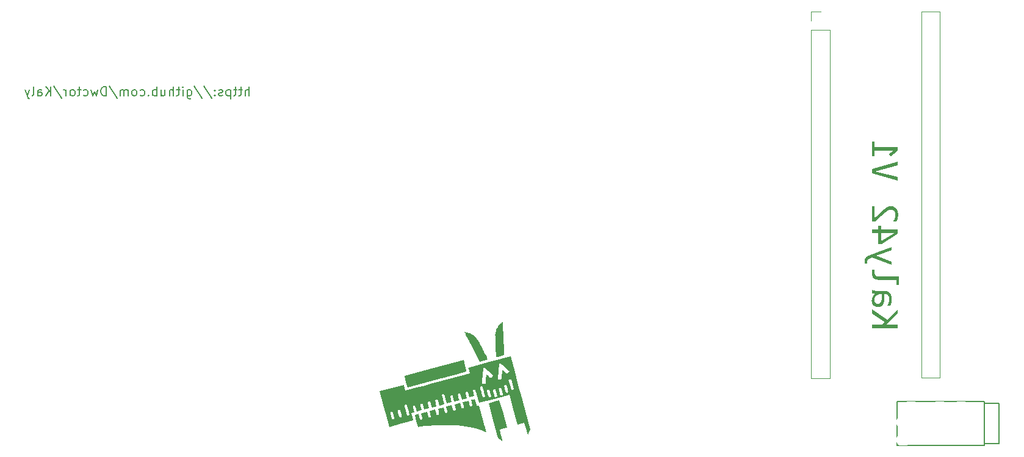
<source format=gbo>
%TF.GenerationSoftware,KiCad,Pcbnew,7.0.5*%
%TF.CreationDate,2023-06-08T16:22:02-03:00*%
%TF.ProjectId,2kalypcb_microcontroller_trrs,326b616c-7970-4636-925f-6d6963726f63,v1.0.0*%
%TF.SameCoordinates,Original*%
%TF.FileFunction,Legend,Bot*%
%TF.FilePolarity,Positive*%
%FSLAX46Y46*%
G04 Gerber Fmt 4.6, Leading zero omitted, Abs format (unit mm)*
G04 Created by KiCad (PCBNEW 7.0.5) date 2023-06-08 16:22:02*
%MOMM*%
%LPD*%
G01*
G04 APERTURE LIST*
%ADD10C,0.250000*%
%ADD11C,0.200000*%
%ADD12C,0.120000*%
%ADD13C,0.150000*%
%ADD14C,1.701800*%
%ADD15C,3.429000*%
%ADD16C,2.032000*%
%ADD17R,1.700000X1.700000*%
%ADD18C,1.700000*%
%ADD19C,0.800000*%
%ADD20O,2.000000X1.600000*%
G04 APERTURE END LIST*
D10*
G36*
X136551174Y-66072592D02*
G01*
X136551174Y-65586182D01*
X134941492Y-65586182D01*
X136551174Y-64076517D01*
X136551174Y-63509752D01*
X135068865Y-64899738D01*
X132994999Y-63468719D01*
X132994999Y-64052581D01*
X134751715Y-65217742D01*
X134367033Y-65586182D01*
X132994999Y-65586182D01*
X132994999Y-66072592D01*
X136551174Y-66072592D01*
G37*
G36*
X133021526Y-60781885D02*
G01*
X133062218Y-60797543D01*
X133103992Y-60812059D01*
X133146848Y-60825433D01*
X133190786Y-60837664D01*
X133235806Y-60848754D01*
X133281908Y-60858702D01*
X133329091Y-60867507D01*
X133377357Y-60875171D01*
X133426704Y-60881693D01*
X133477134Y-60887072D01*
X133510927Y-60890074D01*
X133560916Y-60894214D01*
X133610063Y-60897918D01*
X133658369Y-60901186D01*
X133705833Y-60904019D01*
X133752456Y-60906416D01*
X133798237Y-60908377D01*
X133843177Y-60909902D01*
X133887275Y-60910991D01*
X133930532Y-60911645D01*
X133972947Y-60911863D01*
X134519196Y-60911863D01*
X134562847Y-60912010D01*
X134605108Y-60912450D01*
X134645981Y-60913185D01*
X134685464Y-60914214D01*
X134723559Y-60915536D01*
X134760264Y-60917152D01*
X134795580Y-60919062D01*
X134845949Y-60922478D01*
X134893193Y-60926555D01*
X134937311Y-60931294D01*
X134978304Y-60936693D01*
X135016171Y-60942754D01*
X135050913Y-60949476D01*
X135081824Y-60956849D01*
X135126701Y-60969512D01*
X135169790Y-60984098D01*
X135211091Y-61000607D01*
X135250604Y-61019040D01*
X135288328Y-61039396D01*
X135324264Y-61061675D01*
X135358412Y-61085878D01*
X135390772Y-61112004D01*
X135421344Y-61140054D01*
X135450128Y-61170027D01*
X135468497Y-61190891D01*
X135494811Y-61223088D01*
X135519638Y-61256367D01*
X135542976Y-61290728D01*
X135564828Y-61326171D01*
X135585191Y-61362696D01*
X135604067Y-61400303D01*
X135621456Y-61438991D01*
X135637356Y-61478762D01*
X135651770Y-61519614D01*
X135664695Y-61561549D01*
X135672666Y-61589812D01*
X135683658Y-61632408D01*
X135693493Y-61675244D01*
X135702171Y-61718320D01*
X135709691Y-61761637D01*
X135716055Y-61805194D01*
X135721262Y-61848992D01*
X135725312Y-61893030D01*
X135728204Y-61937309D01*
X135729940Y-61981828D01*
X135730518Y-62026587D01*
X135730311Y-62055829D01*
X135729224Y-62099554D01*
X135727206Y-62143114D01*
X135724256Y-62186508D01*
X135720374Y-62229737D01*
X135715560Y-62272801D01*
X135709815Y-62315700D01*
X135703138Y-62358433D01*
X135695530Y-62401001D01*
X135686989Y-62443404D01*
X135677518Y-62485642D01*
X135670782Y-62513728D01*
X135660266Y-62555795D01*
X135649254Y-62597787D01*
X135637746Y-62639704D01*
X135625743Y-62681546D01*
X135613243Y-62723312D01*
X135600247Y-62765004D01*
X135586756Y-62806620D01*
X135572769Y-62848161D01*
X135558285Y-62889627D01*
X135543306Y-62931018D01*
X135102204Y-62931018D01*
X135117063Y-62905466D01*
X135138577Y-62866688D01*
X135159158Y-62827368D01*
X135178808Y-62787507D01*
X135197526Y-62747105D01*
X135215313Y-62706163D01*
X135232168Y-62664679D01*
X135248091Y-62622655D01*
X135263082Y-62580089D01*
X135277142Y-62536983D01*
X135290271Y-62493335D01*
X135298448Y-62463916D01*
X135309726Y-62419663D01*
X135319816Y-62375259D01*
X135328720Y-62330705D01*
X135336436Y-62286001D01*
X135342965Y-62241146D01*
X135348307Y-62196141D01*
X135352462Y-62150986D01*
X135355430Y-62105681D01*
X135357210Y-62060225D01*
X135357804Y-62014619D01*
X135357290Y-61975951D01*
X135355747Y-61938377D01*
X135353176Y-61901899D01*
X135349576Y-61866516D01*
X135342248Y-61815496D01*
X135332606Y-61766940D01*
X135320650Y-61720848D01*
X135306379Y-61677221D01*
X135289795Y-61636058D01*
X135270896Y-61597359D01*
X135249684Y-61561125D01*
X135226157Y-61527355D01*
X135217730Y-61516678D01*
X135190066Y-61486683D01*
X135158826Y-61459737D01*
X135124009Y-61435842D01*
X135085616Y-61414998D01*
X135043646Y-61397204D01*
X134998101Y-61382460D01*
X134948978Y-61370767D01*
X134914244Y-61364666D01*
X134877919Y-61359921D01*
X134840005Y-61356532D01*
X134800502Y-61354498D01*
X134759409Y-61353820D01*
X134691021Y-61353820D01*
X134691021Y-61945376D01*
X134690714Y-61983494D01*
X134689792Y-62021338D01*
X134688256Y-62058908D01*
X134686105Y-62096204D01*
X134683341Y-62133226D01*
X134679961Y-62169975D01*
X134675967Y-62206450D01*
X134671359Y-62242650D01*
X134666137Y-62278577D01*
X134660300Y-62314231D01*
X134653848Y-62349610D01*
X134646782Y-62384716D01*
X134639102Y-62419548D01*
X134630807Y-62454106D01*
X134621898Y-62488390D01*
X134612375Y-62522400D01*
X134607347Y-62539183D01*
X134596614Y-62572148D01*
X134584980Y-62604312D01*
X134565839Y-62651055D01*
X134544669Y-62695995D01*
X134521470Y-62739131D01*
X134496243Y-62780465D01*
X134468987Y-62819995D01*
X134439702Y-62857722D01*
X134408389Y-62893645D01*
X134375048Y-62927766D01*
X134339677Y-62960083D01*
X134314934Y-62980269D01*
X134275589Y-63008106D01*
X134233569Y-63033013D01*
X134188875Y-63054989D01*
X134141506Y-63074035D01*
X134108441Y-63085105D01*
X134074186Y-63094872D01*
X134038744Y-63103337D01*
X134002112Y-63110500D01*
X133964292Y-63116360D01*
X133925282Y-63120919D01*
X133885084Y-63124174D01*
X133843698Y-63126128D01*
X133801122Y-63126779D01*
X133749841Y-63125794D01*
X133700076Y-63122839D01*
X133651827Y-63117913D01*
X133605094Y-63111018D01*
X133559877Y-63102152D01*
X133516176Y-63091316D01*
X133473992Y-63078510D01*
X133433323Y-63063734D01*
X133394170Y-63046987D01*
X133356533Y-63028271D01*
X133320412Y-63007584D01*
X133285808Y-62984927D01*
X133252719Y-62960300D01*
X133221146Y-62933703D01*
X133191090Y-62905136D01*
X133162549Y-62874598D01*
X133135635Y-62842545D01*
X133110457Y-62809429D01*
X133087015Y-62775252D01*
X133065310Y-62740013D01*
X133045341Y-62703712D01*
X133027109Y-62666349D01*
X133010613Y-62627924D01*
X132995853Y-62588437D01*
X132982830Y-62547889D01*
X132971544Y-62506278D01*
X132961993Y-62463606D01*
X132954179Y-62419871D01*
X132948102Y-62375075D01*
X132943761Y-62329217D01*
X132941156Y-62282297D01*
X132940288Y-62234316D01*
X132940746Y-62199801D01*
X132942118Y-62165500D01*
X132944993Y-62126605D01*
X133313003Y-62126605D01*
X133313474Y-62157439D01*
X133315945Y-62202314D01*
X133320536Y-62245536D01*
X133327245Y-62287104D01*
X133336074Y-62327020D01*
X133347021Y-62365283D01*
X133360086Y-62401893D01*
X133375271Y-62436850D01*
X133392574Y-62470154D01*
X133411996Y-62501805D01*
X133433537Y-62531803D01*
X133449084Y-62550540D01*
X133474209Y-62576378D01*
X133501497Y-62599497D01*
X133530949Y-62619896D01*
X133562565Y-62637574D01*
X133596345Y-62652533D01*
X133632289Y-62664773D01*
X133670397Y-62674292D01*
X133710668Y-62681092D01*
X133753103Y-62685171D01*
X133797703Y-62686531D01*
X133837185Y-62685517D01*
X133874849Y-62682474D01*
X133910696Y-62677403D01*
X133944723Y-62670302D01*
X133987266Y-62657680D01*
X134026575Y-62641451D01*
X134062653Y-62621616D01*
X134095498Y-62598174D01*
X134125110Y-62571127D01*
X134152185Y-62541100D01*
X134176989Y-62509150D01*
X134199522Y-62475276D01*
X134219785Y-62439480D01*
X134237777Y-62401759D01*
X134253498Y-62362116D01*
X134266948Y-62320549D01*
X134278128Y-62277058D01*
X134282994Y-62254695D01*
X134289703Y-62221038D01*
X134295706Y-62187245D01*
X134301003Y-62153318D01*
X134305594Y-62119255D01*
X134309478Y-62085057D01*
X134312656Y-62050723D01*
X134315128Y-62016255D01*
X134316894Y-61981651D01*
X134317953Y-61946912D01*
X134318306Y-61912037D01*
X134318306Y-61353820D01*
X134224273Y-61353820D01*
X134194580Y-61354131D01*
X134150492Y-61355761D01*
X134106945Y-61358789D01*
X134063938Y-61363214D01*
X134021473Y-61369037D01*
X133979549Y-61376257D01*
X133938165Y-61384875D01*
X133897323Y-61394891D01*
X133857021Y-61406303D01*
X133817261Y-61419113D01*
X133778041Y-61433321D01*
X133752382Y-61443513D01*
X133715046Y-61460152D01*
X133679092Y-61478415D01*
X133644521Y-61498300D01*
X133611332Y-61519808D01*
X133579526Y-61542939D01*
X133549102Y-61567693D01*
X133520060Y-61594070D01*
X133492401Y-61622069D01*
X133466124Y-61651692D01*
X133441230Y-61682937D01*
X133425703Y-61704706D01*
X133404290Y-61738849D01*
X133385131Y-61774780D01*
X133368226Y-61812500D01*
X133353575Y-61852007D01*
X133341178Y-61893303D01*
X133331035Y-61936387D01*
X133323146Y-61981259D01*
X133317511Y-62027919D01*
X133314130Y-62076368D01*
X133313003Y-62126605D01*
X132944993Y-62126605D01*
X132945892Y-62114450D01*
X132951725Y-62063880D01*
X132959617Y-62013791D01*
X132969567Y-61964183D01*
X132981576Y-61915056D01*
X132995643Y-61866410D01*
X133011769Y-61818244D01*
X133029954Y-61770560D01*
X133043221Y-61739037D01*
X133057403Y-61707728D01*
X133064843Y-61692180D01*
X133088618Y-61646820D01*
X133114571Y-61603383D01*
X133142704Y-61561869D01*
X133173015Y-61522279D01*
X133205505Y-61484612D01*
X133240174Y-61448869D01*
X133277022Y-61415049D01*
X133316049Y-61383152D01*
X133357255Y-61353179D01*
X133385935Y-61334265D01*
X133415585Y-61316207D01*
X133382847Y-61311436D01*
X133343177Y-61305105D01*
X133303086Y-61298112D01*
X133269355Y-61291780D01*
X133235332Y-61284989D01*
X133201017Y-61277739D01*
X133180614Y-61273100D01*
X133147108Y-61264702D01*
X133107728Y-61253522D01*
X133069250Y-61241140D01*
X133031674Y-61227556D01*
X132994999Y-61212770D01*
X132994999Y-60770812D01*
X133021526Y-60781885D01*
G37*
G36*
X132994999Y-58540509D02*
G01*
X132995977Y-58589182D01*
X132998912Y-58636466D01*
X133003804Y-58682361D01*
X133010653Y-58726866D01*
X133019459Y-58769983D01*
X133030221Y-58811710D01*
X133042940Y-58852048D01*
X133057616Y-58890997D01*
X133074249Y-58928557D01*
X133092839Y-58964728D01*
X133113385Y-58999510D01*
X133135888Y-59032903D01*
X133160349Y-59064906D01*
X133186765Y-59095520D01*
X133215139Y-59124745D01*
X133245470Y-59152581D01*
X133277683Y-59178771D01*
X133311493Y-59203271D01*
X133346899Y-59226082D01*
X133383902Y-59247203D01*
X133422500Y-59266634D01*
X133462695Y-59284375D01*
X133504486Y-59300427D01*
X133547873Y-59314789D01*
X133592856Y-59327462D01*
X133639435Y-59338445D01*
X133687611Y-59347738D01*
X133737382Y-59355341D01*
X133788750Y-59361255D01*
X133841714Y-59365479D01*
X133896274Y-59368014D01*
X133952430Y-59368859D01*
X136342591Y-59368859D01*
X136342591Y-60074110D01*
X136715306Y-60074110D01*
X136715306Y-58928611D01*
X133961834Y-58928611D01*
X133926147Y-58928180D01*
X133891536Y-58926888D01*
X133841635Y-58923334D01*
X133794153Y-58917842D01*
X133749091Y-58910411D01*
X133706447Y-58901042D01*
X133666224Y-58889734D01*
X133628419Y-58876488D01*
X133593034Y-58861304D01*
X133560068Y-58844181D01*
X133529521Y-58825120D01*
X133519876Y-58818335D01*
X133492683Y-58796779D01*
X133460586Y-58765304D01*
X133433244Y-58730702D01*
X133410658Y-58692975D01*
X133392826Y-58652123D01*
X133382573Y-58619432D01*
X133374994Y-58584984D01*
X133370091Y-58548777D01*
X133367862Y-58510812D01*
X133367713Y-58497766D01*
X133367713Y-57983147D01*
X132994999Y-57983147D01*
X132994999Y-58540509D01*
G37*
G36*
X132328216Y-57117184D02*
G01*
X132328216Y-56856454D01*
X132329177Y-56820851D01*
X132333451Y-56775811D01*
X132341145Y-56733550D01*
X132352258Y-56694066D01*
X132366791Y-56657361D01*
X132384742Y-56623434D01*
X132406114Y-56592286D01*
X132430904Y-56563915D01*
X132437636Y-56557257D01*
X132473273Y-56527190D01*
X132506943Y-56503606D01*
X132546563Y-56479135D01*
X132592134Y-56453778D01*
X132625820Y-56436380D01*
X132662151Y-56418588D01*
X132701127Y-56400403D01*
X132742748Y-56381823D01*
X132787013Y-56362850D01*
X132833923Y-56343482D01*
X132883477Y-56323720D01*
X132935677Y-56303564D01*
X132990521Y-56283015D01*
X133018934Y-56272592D01*
X135675808Y-57308670D01*
X135675808Y-56841922D01*
X133558345Y-56047766D01*
X135675808Y-55265579D01*
X135675808Y-54798831D01*
X133847284Y-55504937D01*
X133807068Y-55520449D01*
X133767843Y-55535571D01*
X133729610Y-55550302D01*
X133692369Y-55564643D01*
X133656120Y-55578592D01*
X133620862Y-55592151D01*
X133586596Y-55605320D01*
X133553322Y-55618097D01*
X133521040Y-55630484D01*
X133479540Y-55646393D01*
X133469440Y-55650261D01*
X133435901Y-55663805D01*
X133402429Y-55677354D01*
X133393359Y-55681036D01*
X133359710Y-55693383D01*
X133325115Y-55705725D01*
X133322406Y-55706681D01*
X133290065Y-55718051D01*
X133256860Y-55729672D01*
X133222458Y-55741681D01*
X133188999Y-55753342D01*
X133183065Y-55755408D01*
X133106129Y-55784473D01*
X133073575Y-55796080D01*
X133025682Y-55813341D01*
X132978917Y-55830421D01*
X132933278Y-55847321D01*
X132888767Y-55864040D01*
X132845382Y-55880580D01*
X132803125Y-55896939D01*
X132761994Y-55913118D01*
X132721991Y-55929116D01*
X132683114Y-55944934D01*
X132645365Y-55960572D01*
X132608883Y-55975749D01*
X132574128Y-55990505D01*
X132541102Y-56004840D01*
X132509804Y-56018755D01*
X132470762Y-56036653D01*
X132434791Y-56053804D01*
X132401893Y-56070206D01*
X132365090Y-56089657D01*
X132345313Y-56100767D01*
X132298109Y-56128500D01*
X132253950Y-56158055D01*
X132212837Y-56189434D01*
X132174770Y-56222637D01*
X132139748Y-56257662D01*
X132107771Y-56294511D01*
X132078840Y-56333183D01*
X132052954Y-56373678D01*
X132030113Y-56415996D01*
X132010318Y-56460138D01*
X131993568Y-56506103D01*
X131979864Y-56553891D01*
X131969205Y-56603502D01*
X131961592Y-56654937D01*
X131957024Y-56708195D01*
X131955501Y-56763276D01*
X131955501Y-57117184D01*
X132328216Y-57117184D01*
G37*
G36*
X134243079Y-52370202D02*
G01*
X136551174Y-52370202D01*
X136551174Y-52930129D01*
X134307193Y-54366277D01*
X133870365Y-54366277D01*
X133870365Y-52851482D01*
X134243079Y-52851482D01*
X134243079Y-53978175D01*
X136096394Y-52851482D01*
X134243079Y-52851482D01*
X133870365Y-52851482D01*
X132994999Y-52851482D01*
X132994999Y-52370202D01*
X133870365Y-52370202D01*
X133870365Y-51894050D01*
X134243079Y-51894050D01*
X134243079Y-52370202D01*
G37*
G36*
X133316422Y-51299075D02*
G01*
X133353927Y-51296211D01*
X133388650Y-51287621D01*
X133420592Y-51273304D01*
X133449752Y-51253260D01*
X133465166Y-51239235D01*
X133492567Y-51213154D01*
X133520915Y-51186201D01*
X133550209Y-51158377D01*
X133580451Y-51129681D01*
X133611638Y-51100114D01*
X133643773Y-51069675D01*
X133676854Y-51038364D01*
X133710882Y-51006182D01*
X133745856Y-50973128D01*
X133781778Y-50939203D01*
X133806251Y-50916102D01*
X133831175Y-50892600D01*
X133856367Y-50868898D01*
X133881825Y-50844996D01*
X133907551Y-50820893D01*
X133933544Y-50796590D01*
X133959804Y-50772087D01*
X133986331Y-50747383D01*
X134013125Y-50722479D01*
X134040186Y-50697374D01*
X134067515Y-50672069D01*
X134095110Y-50646564D01*
X134122973Y-50620858D01*
X134151103Y-50594952D01*
X134179500Y-50568846D01*
X134208164Y-50542539D01*
X134237095Y-50516032D01*
X134269661Y-50486285D01*
X134300678Y-50457949D01*
X134330148Y-50431026D01*
X134358070Y-50405516D01*
X134384444Y-50381418D01*
X134417203Y-50351485D01*
X134447209Y-50324063D01*
X134474464Y-50299153D01*
X134504664Y-50271545D01*
X134531958Y-50246613D01*
X134562011Y-50219285D01*
X134589119Y-50194782D01*
X134617023Y-50169765D01*
X134644004Y-50145882D01*
X134672299Y-50121224D01*
X134701406Y-50096294D01*
X134727960Y-50073908D01*
X134748296Y-50056978D01*
X134776741Y-50033707D01*
X134804375Y-50011337D01*
X134831198Y-49989869D01*
X134865699Y-49962647D01*
X134898758Y-49937028D01*
X134930374Y-49913012D01*
X134960547Y-49890599D01*
X134989278Y-49869789D01*
X135009880Y-49855233D01*
X135043498Y-49832146D01*
X135077032Y-49810437D01*
X135110483Y-49790105D01*
X135143851Y-49771151D01*
X135177135Y-49753574D01*
X135210336Y-49737374D01*
X135223592Y-49731280D01*
X135258687Y-49716308D01*
X135293767Y-49702810D01*
X135328832Y-49690783D01*
X135363881Y-49680229D01*
X135398916Y-49671148D01*
X135433936Y-49663540D01*
X135468940Y-49657404D01*
X135503930Y-49652741D01*
X135538904Y-49649550D01*
X135573864Y-49647832D01*
X135597162Y-49647505D01*
X135633844Y-49648189D01*
X135669517Y-49650243D01*
X135704182Y-49653666D01*
X135754288Y-49661367D01*
X135802125Y-49672148D01*
X135847694Y-49686011D01*
X135890993Y-49702953D01*
X135932023Y-49722976D01*
X135970785Y-49746080D01*
X136007277Y-49772264D01*
X136041500Y-49801528D01*
X136063055Y-49822749D01*
X136093456Y-49857085D01*
X136120868Y-49893735D01*
X136145288Y-49932699D01*
X136166719Y-49973977D01*
X136185159Y-50017570D01*
X136200609Y-50063476D01*
X136213069Y-50111697D01*
X136222538Y-50162231D01*
X136227190Y-50197207D01*
X136230512Y-50233211D01*
X136232506Y-50270243D01*
X136233170Y-50308304D01*
X136231885Y-50362249D01*
X136228028Y-50417017D01*
X136221600Y-50472605D01*
X136212600Y-50529015D01*
X136201030Y-50586247D01*
X136186888Y-50644300D01*
X136170175Y-50703174D01*
X136150891Y-50762870D01*
X136129035Y-50823388D01*
X136104609Y-50884726D01*
X136077611Y-50946887D01*
X136063148Y-50978275D01*
X136048042Y-51009868D01*
X136032293Y-51041667D01*
X136015901Y-51073672D01*
X135998867Y-51105881D01*
X135981190Y-51138296D01*
X135962870Y-51170917D01*
X135943907Y-51203742D01*
X135924301Y-51236774D01*
X135904053Y-51270010D01*
X136386188Y-51270010D01*
X136406079Y-51224344D01*
X136425037Y-51178708D01*
X136443064Y-51133102D01*
X136460160Y-51087526D01*
X136476323Y-51041980D01*
X136491555Y-50996465D01*
X136505856Y-50950979D01*
X136519224Y-50905523D01*
X136531661Y-50860098D01*
X136543167Y-50814702D01*
X136550320Y-50784455D01*
X136560250Y-50740094D01*
X136569203Y-50695808D01*
X136577180Y-50651597D01*
X136584180Y-50607461D01*
X136590203Y-50563401D01*
X136595249Y-50519415D01*
X136599319Y-50475505D01*
X136602412Y-50431669D01*
X136604528Y-50387909D01*
X136605668Y-50344224D01*
X136605885Y-50315143D01*
X136605291Y-50268778D01*
X136603511Y-50222969D01*
X136600543Y-50177716D01*
X136596388Y-50133019D01*
X136591046Y-50088879D01*
X136584517Y-50045294D01*
X136576801Y-50002265D01*
X136567897Y-49959792D01*
X136557807Y-49917875D01*
X136546529Y-49876514D01*
X136538352Y-49849249D01*
X136525173Y-49808858D01*
X136510642Y-49769428D01*
X136494759Y-49730959D01*
X136477524Y-49693453D01*
X136458936Y-49656908D01*
X136438995Y-49621325D01*
X136417703Y-49586704D01*
X136395057Y-49553044D01*
X136371060Y-49520346D01*
X136345710Y-49488609D01*
X136328059Y-49467986D01*
X136303680Y-49441715D01*
X136278310Y-49416435D01*
X136251948Y-49392147D01*
X136224595Y-49368850D01*
X136196250Y-49346546D01*
X136166913Y-49325233D01*
X136136584Y-49304912D01*
X136105263Y-49285583D01*
X136072951Y-49267245D01*
X136039647Y-49249899D01*
X136016893Y-49238886D01*
X135982026Y-49223457D01*
X135946348Y-49209544D01*
X135909858Y-49197150D01*
X135872557Y-49186273D01*
X135834444Y-49176914D01*
X135795520Y-49169073D01*
X135755785Y-49162749D01*
X135715238Y-49157943D01*
X135673880Y-49154655D01*
X135631710Y-49152884D01*
X135603146Y-49152547D01*
X135559045Y-49153471D01*
X135514899Y-49156243D01*
X135470708Y-49160864D01*
X135426472Y-49167333D01*
X135382191Y-49175650D01*
X135337865Y-49185816D01*
X135293494Y-49197829D01*
X135249078Y-49211692D01*
X135204616Y-49227402D01*
X135160110Y-49244961D01*
X135130414Y-49257693D01*
X135093139Y-49274986D01*
X135056115Y-49293740D01*
X135019342Y-49313955D01*
X134982819Y-49335631D01*
X134953780Y-49354024D01*
X134924902Y-49373352D01*
X134896185Y-49393614D01*
X134867107Y-49414865D01*
X134836719Y-49437586D01*
X134805023Y-49461775D01*
X134772018Y-49487434D01*
X134737704Y-49514562D01*
X134702080Y-49543160D01*
X134674504Y-49565572D01*
X134646191Y-49588811D01*
X134626907Y-49604762D01*
X134600861Y-49627048D01*
X134573479Y-49650627D01*
X134544761Y-49675500D01*
X134514708Y-49701667D01*
X134483319Y-49729129D01*
X134457246Y-49752029D01*
X134437130Y-49769748D01*
X134409748Y-49794165D01*
X134381458Y-49819543D01*
X134352260Y-49845883D01*
X134322153Y-49873185D01*
X134291138Y-49901449D01*
X134259215Y-49930674D01*
X134226383Y-49960861D01*
X134201163Y-49984132D01*
X134192643Y-49992009D01*
X134162381Y-50020259D01*
X134133038Y-50047842D01*
X134104612Y-50074756D01*
X134077105Y-50101003D01*
X134050516Y-50126581D01*
X134024846Y-50151492D01*
X134014835Y-50161270D01*
X133990091Y-50185788D01*
X133965013Y-50210724D01*
X133939601Y-50236077D01*
X133913855Y-50261848D01*
X133887776Y-50288036D01*
X133861362Y-50314642D01*
X133850703Y-50325401D01*
X133823526Y-50352762D01*
X133794888Y-50381417D01*
X133764788Y-50411366D01*
X133739657Y-50436257D01*
X133713591Y-50461976D01*
X133686590Y-50488523D01*
X133658653Y-50515898D01*
X133651523Y-50522871D01*
X133622218Y-50551415D01*
X133591149Y-50581482D01*
X133558318Y-50613071D01*
X133532537Y-50637762D01*
X133505765Y-50663310D01*
X133478000Y-50689715D01*
X133449244Y-50716975D01*
X133419497Y-50745093D01*
X133388757Y-50774067D01*
X133367713Y-50793859D01*
X133367713Y-49128611D01*
X132994999Y-49128611D01*
X132994999Y-51299075D01*
X133316422Y-51299075D01*
G37*
G36*
X136551174Y-45630565D02*
G01*
X136551174Y-45131332D01*
X133395068Y-44293579D01*
X136551174Y-43454117D01*
X136551174Y-42954030D01*
X132994999Y-43999511D01*
X132994999Y-44585083D01*
X136551174Y-45630565D01*
G37*
G36*
X133367713Y-42173551D02*
G01*
X133367713Y-41422138D01*
X135922005Y-41422138D01*
X135275738Y-41992323D01*
X135595452Y-42254762D01*
X136551174Y-41427267D01*
X136551174Y-40944277D01*
X133367713Y-40944277D01*
X133367713Y-40202267D01*
X132994999Y-40202267D01*
X132994999Y-42173551D01*
X133367713Y-42173551D01*
G37*
D11*
X46566041Y-33834176D02*
X46566041Y-32564176D01*
X46021755Y-33834176D02*
X46021755Y-33168938D01*
X46021755Y-33168938D02*
X46082231Y-33047985D01*
X46082231Y-33047985D02*
X46203183Y-32987509D01*
X46203183Y-32987509D02*
X46384612Y-32987509D01*
X46384612Y-32987509D02*
X46505564Y-33047985D01*
X46505564Y-33047985D02*
X46566041Y-33108461D01*
X45598421Y-32987509D02*
X45114612Y-32987509D01*
X45416993Y-32564176D02*
X45416993Y-33652747D01*
X45416993Y-33652747D02*
X45356516Y-33773700D01*
X45356516Y-33773700D02*
X45235564Y-33834176D01*
X45235564Y-33834176D02*
X45114612Y-33834176D01*
X44872707Y-32987509D02*
X44388898Y-32987509D01*
X44691279Y-32564176D02*
X44691279Y-33652747D01*
X44691279Y-33652747D02*
X44630802Y-33773700D01*
X44630802Y-33773700D02*
X44509850Y-33834176D01*
X44509850Y-33834176D02*
X44388898Y-33834176D01*
X43965565Y-32987509D02*
X43965565Y-34257509D01*
X43965565Y-33047985D02*
X43844612Y-32987509D01*
X43844612Y-32987509D02*
X43602707Y-32987509D01*
X43602707Y-32987509D02*
X43481755Y-33047985D01*
X43481755Y-33047985D02*
X43421279Y-33108461D01*
X43421279Y-33108461D02*
X43360803Y-33229414D01*
X43360803Y-33229414D02*
X43360803Y-33592271D01*
X43360803Y-33592271D02*
X43421279Y-33713223D01*
X43421279Y-33713223D02*
X43481755Y-33773700D01*
X43481755Y-33773700D02*
X43602707Y-33834176D01*
X43602707Y-33834176D02*
X43844612Y-33834176D01*
X43844612Y-33834176D02*
X43965565Y-33773700D01*
X42876993Y-33773700D02*
X42756040Y-33834176D01*
X42756040Y-33834176D02*
X42514136Y-33834176D01*
X42514136Y-33834176D02*
X42393183Y-33773700D01*
X42393183Y-33773700D02*
X42332707Y-33652747D01*
X42332707Y-33652747D02*
X42332707Y-33592271D01*
X42332707Y-33592271D02*
X42393183Y-33471319D01*
X42393183Y-33471319D02*
X42514136Y-33410842D01*
X42514136Y-33410842D02*
X42695564Y-33410842D01*
X42695564Y-33410842D02*
X42816517Y-33350366D01*
X42816517Y-33350366D02*
X42876993Y-33229414D01*
X42876993Y-33229414D02*
X42876993Y-33168938D01*
X42876993Y-33168938D02*
X42816517Y-33047985D01*
X42816517Y-33047985D02*
X42695564Y-32987509D01*
X42695564Y-32987509D02*
X42514136Y-32987509D01*
X42514136Y-32987509D02*
X42393183Y-33047985D01*
X41788422Y-33713223D02*
X41727945Y-33773700D01*
X41727945Y-33773700D02*
X41788422Y-33834176D01*
X41788422Y-33834176D02*
X41848898Y-33773700D01*
X41848898Y-33773700D02*
X41788422Y-33713223D01*
X41788422Y-33713223D02*
X41788422Y-33834176D01*
X41788422Y-33047985D02*
X41727945Y-33108461D01*
X41727945Y-33108461D02*
X41788422Y-33168938D01*
X41788422Y-33168938D02*
X41848898Y-33108461D01*
X41848898Y-33108461D02*
X41788422Y-33047985D01*
X41788422Y-33047985D02*
X41788422Y-33168938D01*
X40276517Y-32503700D02*
X41365088Y-34136557D01*
X38946041Y-32503700D02*
X40034612Y-34136557D01*
X37978422Y-32987509D02*
X37978422Y-34015604D01*
X37978422Y-34015604D02*
X38038898Y-34136557D01*
X38038898Y-34136557D02*
X38099374Y-34197033D01*
X38099374Y-34197033D02*
X38220327Y-34257509D01*
X38220327Y-34257509D02*
X38401755Y-34257509D01*
X38401755Y-34257509D02*
X38522708Y-34197033D01*
X37978422Y-33773700D02*
X38099374Y-33834176D01*
X38099374Y-33834176D02*
X38341279Y-33834176D01*
X38341279Y-33834176D02*
X38462231Y-33773700D01*
X38462231Y-33773700D02*
X38522708Y-33713223D01*
X38522708Y-33713223D02*
X38583184Y-33592271D01*
X38583184Y-33592271D02*
X38583184Y-33229414D01*
X38583184Y-33229414D02*
X38522708Y-33108461D01*
X38522708Y-33108461D02*
X38462231Y-33047985D01*
X38462231Y-33047985D02*
X38341279Y-32987509D01*
X38341279Y-32987509D02*
X38099374Y-32987509D01*
X38099374Y-32987509D02*
X37978422Y-33047985D01*
X37373660Y-33834176D02*
X37373660Y-32987509D01*
X37373660Y-32564176D02*
X37434136Y-32624652D01*
X37434136Y-32624652D02*
X37373660Y-32685128D01*
X37373660Y-32685128D02*
X37313183Y-32624652D01*
X37313183Y-32624652D02*
X37373660Y-32564176D01*
X37373660Y-32564176D02*
X37373660Y-32685128D01*
X36950326Y-32987509D02*
X36466517Y-32987509D01*
X36768898Y-32564176D02*
X36768898Y-33652747D01*
X36768898Y-33652747D02*
X36708421Y-33773700D01*
X36708421Y-33773700D02*
X36587469Y-33834176D01*
X36587469Y-33834176D02*
X36466517Y-33834176D01*
X36043184Y-33834176D02*
X36043184Y-32564176D01*
X35498898Y-33834176D02*
X35498898Y-33168938D01*
X35498898Y-33168938D02*
X35559374Y-33047985D01*
X35559374Y-33047985D02*
X35680326Y-32987509D01*
X35680326Y-32987509D02*
X35861755Y-32987509D01*
X35861755Y-32987509D02*
X35982707Y-33047985D01*
X35982707Y-33047985D02*
X36043184Y-33108461D01*
X34349850Y-32987509D02*
X34349850Y-33834176D01*
X34894136Y-32987509D02*
X34894136Y-33652747D01*
X34894136Y-33652747D02*
X34833659Y-33773700D01*
X34833659Y-33773700D02*
X34712707Y-33834176D01*
X34712707Y-33834176D02*
X34531278Y-33834176D01*
X34531278Y-33834176D02*
X34410326Y-33773700D01*
X34410326Y-33773700D02*
X34349850Y-33713223D01*
X33745088Y-33834176D02*
X33745088Y-32564176D01*
X33745088Y-33047985D02*
X33624135Y-32987509D01*
X33624135Y-32987509D02*
X33382230Y-32987509D01*
X33382230Y-32987509D02*
X33261278Y-33047985D01*
X33261278Y-33047985D02*
X33200802Y-33108461D01*
X33200802Y-33108461D02*
X33140326Y-33229414D01*
X33140326Y-33229414D02*
X33140326Y-33592271D01*
X33140326Y-33592271D02*
X33200802Y-33713223D01*
X33200802Y-33713223D02*
X33261278Y-33773700D01*
X33261278Y-33773700D02*
X33382230Y-33834176D01*
X33382230Y-33834176D02*
X33624135Y-33834176D01*
X33624135Y-33834176D02*
X33745088Y-33773700D01*
X32596040Y-33713223D02*
X32535563Y-33773700D01*
X32535563Y-33773700D02*
X32596040Y-33834176D01*
X32596040Y-33834176D02*
X32656516Y-33773700D01*
X32656516Y-33773700D02*
X32596040Y-33713223D01*
X32596040Y-33713223D02*
X32596040Y-33834176D01*
X31446992Y-33773700D02*
X31567944Y-33834176D01*
X31567944Y-33834176D02*
X31809849Y-33834176D01*
X31809849Y-33834176D02*
X31930801Y-33773700D01*
X31930801Y-33773700D02*
X31991278Y-33713223D01*
X31991278Y-33713223D02*
X32051754Y-33592271D01*
X32051754Y-33592271D02*
X32051754Y-33229414D01*
X32051754Y-33229414D02*
X31991278Y-33108461D01*
X31991278Y-33108461D02*
X31930801Y-33047985D01*
X31930801Y-33047985D02*
X31809849Y-32987509D01*
X31809849Y-32987509D02*
X31567944Y-32987509D01*
X31567944Y-32987509D02*
X31446992Y-33047985D01*
X30721278Y-33834176D02*
X30842230Y-33773700D01*
X30842230Y-33773700D02*
X30902707Y-33713223D01*
X30902707Y-33713223D02*
X30963183Y-33592271D01*
X30963183Y-33592271D02*
X30963183Y-33229414D01*
X30963183Y-33229414D02*
X30902707Y-33108461D01*
X30902707Y-33108461D02*
X30842230Y-33047985D01*
X30842230Y-33047985D02*
X30721278Y-32987509D01*
X30721278Y-32987509D02*
X30539849Y-32987509D01*
X30539849Y-32987509D02*
X30418897Y-33047985D01*
X30418897Y-33047985D02*
X30358421Y-33108461D01*
X30358421Y-33108461D02*
X30297945Y-33229414D01*
X30297945Y-33229414D02*
X30297945Y-33592271D01*
X30297945Y-33592271D02*
X30358421Y-33713223D01*
X30358421Y-33713223D02*
X30418897Y-33773700D01*
X30418897Y-33773700D02*
X30539849Y-33834176D01*
X30539849Y-33834176D02*
X30721278Y-33834176D01*
X29753659Y-33834176D02*
X29753659Y-32987509D01*
X29753659Y-33108461D02*
X29693182Y-33047985D01*
X29693182Y-33047985D02*
X29572230Y-32987509D01*
X29572230Y-32987509D02*
X29390801Y-32987509D01*
X29390801Y-32987509D02*
X29269849Y-33047985D01*
X29269849Y-33047985D02*
X29209373Y-33168938D01*
X29209373Y-33168938D02*
X29209373Y-33834176D01*
X29209373Y-33168938D02*
X29148897Y-33047985D01*
X29148897Y-33047985D02*
X29027944Y-32987509D01*
X29027944Y-32987509D02*
X28846516Y-32987509D01*
X28846516Y-32987509D02*
X28725563Y-33047985D01*
X28725563Y-33047985D02*
X28665087Y-33168938D01*
X28665087Y-33168938D02*
X28665087Y-33834176D01*
X27153183Y-32503700D02*
X28241754Y-34136557D01*
X26729850Y-33834176D02*
X26729850Y-32564176D01*
X26729850Y-32564176D02*
X26427469Y-32564176D01*
X26427469Y-32564176D02*
X26246040Y-32624652D01*
X26246040Y-32624652D02*
X26125088Y-32745604D01*
X26125088Y-32745604D02*
X26064611Y-32866557D01*
X26064611Y-32866557D02*
X26004135Y-33108461D01*
X26004135Y-33108461D02*
X26004135Y-33289890D01*
X26004135Y-33289890D02*
X26064611Y-33531795D01*
X26064611Y-33531795D02*
X26125088Y-33652747D01*
X26125088Y-33652747D02*
X26246040Y-33773700D01*
X26246040Y-33773700D02*
X26427469Y-33834176D01*
X26427469Y-33834176D02*
X26729850Y-33834176D01*
X25580802Y-32987509D02*
X25338897Y-33834176D01*
X25338897Y-33834176D02*
X25096992Y-33229414D01*
X25096992Y-33229414D02*
X24855088Y-33834176D01*
X24855088Y-33834176D02*
X24613183Y-32987509D01*
X23585088Y-33773700D02*
X23706040Y-33834176D01*
X23706040Y-33834176D02*
X23947945Y-33834176D01*
X23947945Y-33834176D02*
X24068897Y-33773700D01*
X24068897Y-33773700D02*
X24129374Y-33713223D01*
X24129374Y-33713223D02*
X24189850Y-33592271D01*
X24189850Y-33592271D02*
X24189850Y-33229414D01*
X24189850Y-33229414D02*
X24129374Y-33108461D01*
X24129374Y-33108461D02*
X24068897Y-33047985D01*
X24068897Y-33047985D02*
X23947945Y-32987509D01*
X23947945Y-32987509D02*
X23706040Y-32987509D01*
X23706040Y-32987509D02*
X23585088Y-33047985D01*
X23222231Y-32987509D02*
X22738422Y-32987509D01*
X23040803Y-32564176D02*
X23040803Y-33652747D01*
X23040803Y-33652747D02*
X22980326Y-33773700D01*
X22980326Y-33773700D02*
X22859374Y-33834176D01*
X22859374Y-33834176D02*
X22738422Y-33834176D01*
X22133660Y-33834176D02*
X22254612Y-33773700D01*
X22254612Y-33773700D02*
X22315089Y-33713223D01*
X22315089Y-33713223D02*
X22375565Y-33592271D01*
X22375565Y-33592271D02*
X22375565Y-33229414D01*
X22375565Y-33229414D02*
X22315089Y-33108461D01*
X22315089Y-33108461D02*
X22254612Y-33047985D01*
X22254612Y-33047985D02*
X22133660Y-32987509D01*
X22133660Y-32987509D02*
X21952231Y-32987509D01*
X21952231Y-32987509D02*
X21831279Y-33047985D01*
X21831279Y-33047985D02*
X21770803Y-33108461D01*
X21770803Y-33108461D02*
X21710327Y-33229414D01*
X21710327Y-33229414D02*
X21710327Y-33592271D01*
X21710327Y-33592271D02*
X21770803Y-33713223D01*
X21770803Y-33713223D02*
X21831279Y-33773700D01*
X21831279Y-33773700D02*
X21952231Y-33834176D01*
X21952231Y-33834176D02*
X22133660Y-33834176D01*
X21166041Y-33834176D02*
X21166041Y-32987509D01*
X21166041Y-33229414D02*
X21105564Y-33108461D01*
X21105564Y-33108461D02*
X21045088Y-33047985D01*
X21045088Y-33047985D02*
X20924136Y-32987509D01*
X20924136Y-32987509D02*
X20803183Y-32987509D01*
X19472708Y-32503700D02*
X20561279Y-34136557D01*
X19049375Y-33834176D02*
X19049375Y-32564176D01*
X18323660Y-33834176D02*
X18867946Y-33108461D01*
X18323660Y-32564176D02*
X19049375Y-33289890D01*
X17235089Y-33834176D02*
X17235089Y-33168938D01*
X17235089Y-33168938D02*
X17295565Y-33047985D01*
X17295565Y-33047985D02*
X17416517Y-32987509D01*
X17416517Y-32987509D02*
X17658422Y-32987509D01*
X17658422Y-32987509D02*
X17779375Y-33047985D01*
X17235089Y-33773700D02*
X17356041Y-33834176D01*
X17356041Y-33834176D02*
X17658422Y-33834176D01*
X17658422Y-33834176D02*
X17779375Y-33773700D01*
X17779375Y-33773700D02*
X17839851Y-33652747D01*
X17839851Y-33652747D02*
X17839851Y-33531795D01*
X17839851Y-33531795D02*
X17779375Y-33410842D01*
X17779375Y-33410842D02*
X17658422Y-33350366D01*
X17658422Y-33350366D02*
X17356041Y-33350366D01*
X17356041Y-33350366D02*
X17235089Y-33289890D01*
X16448898Y-33834176D02*
X16569850Y-33773700D01*
X16569850Y-33773700D02*
X16630327Y-33652747D01*
X16630327Y-33652747D02*
X16630327Y-32564176D01*
X16086041Y-32987509D02*
X15783660Y-33834176D01*
X15481279Y-32987509D02*
X15783660Y-33834176D01*
X15783660Y-33834176D02*
X15904612Y-34136557D01*
X15904612Y-34136557D02*
X15965089Y-34197033D01*
X15965089Y-34197033D02*
X16086041Y-34257509D01*
D12*
%TO.C,*%
X124510000Y-22130000D02*
X125840000Y-22130000D01*
X124510000Y-23460000D02*
X124510000Y-22130000D01*
X124510000Y-24730000D02*
X127170000Y-24730000D01*
X124510000Y-73050000D02*
X124510000Y-24730000D01*
X127170000Y-24730000D02*
X127170000Y-73050000D01*
X127170000Y-73050000D02*
X124510000Y-73050000D01*
X139810000Y-22190000D02*
X142350000Y-22190000D01*
X139810000Y-72990000D02*
X139810000Y-22190000D01*
X142350000Y-22190000D02*
X142350000Y-72990000D01*
X142350000Y-72990000D02*
X139810000Y-72990000D01*
D13*
%TO.C,J1*%
X148590000Y-76270000D02*
X136490000Y-76270000D01*
X148590000Y-76270000D02*
X148590000Y-82370000D01*
X136490000Y-76270000D02*
X136490000Y-82370000D01*
X150590000Y-76520000D02*
X150590000Y-82120000D01*
X148590000Y-76520000D02*
X150590000Y-76520000D01*
X148590000Y-82120000D02*
X150590000Y-82120000D01*
X148590000Y-82370000D02*
X136490000Y-82370000D01*
%TO.C,G\u002A\u002A\u002A*%
G36*
X81806538Y-77961433D02*
G01*
X82314939Y-79858809D01*
X81809073Y-79994355D01*
X81303206Y-80129902D01*
X81524359Y-80958473D01*
X81565388Y-81112758D01*
X81618688Y-81315897D01*
X81659311Y-81475225D01*
X81688170Y-81594775D01*
X81706172Y-81678581D01*
X81714229Y-81730680D01*
X81713248Y-81755103D01*
X81704139Y-81755887D01*
X81700626Y-81753295D01*
X81657520Y-81723025D01*
X81582181Y-81671220D01*
X81484164Y-81604423D01*
X81373025Y-81529178D01*
X81083284Y-81333624D01*
X80440030Y-78907166D01*
X79796777Y-76480708D01*
X80547457Y-76272383D01*
X81298138Y-76064058D01*
X81806538Y-77961433D01*
G37*
G36*
X76514759Y-71287344D02*
G01*
X76532789Y-71352508D01*
X76584002Y-71539652D01*
X76629551Y-71709116D01*
X76667733Y-71854354D01*
X76696842Y-71968818D01*
X76715173Y-72045963D01*
X76721021Y-72079242D01*
X76720988Y-72079437D01*
X76710946Y-72086712D01*
X76681869Y-72098681D01*
X76631782Y-72115892D01*
X76558711Y-72138889D01*
X76460682Y-72168217D01*
X76335721Y-72204422D01*
X76181854Y-72248050D01*
X75997106Y-72299646D01*
X75779503Y-72359755D01*
X75527072Y-72428922D01*
X75237837Y-72507693D01*
X74909826Y-72596615D01*
X74541063Y-72696231D01*
X74129574Y-72807087D01*
X73673388Y-72929730D01*
X73170527Y-73064703D01*
X72619017Y-73212553D01*
X68520707Y-74310692D01*
X68307200Y-73513877D01*
X68093694Y-72717061D01*
X72199249Y-71623840D01*
X76304804Y-70530618D01*
X76514759Y-71287344D01*
G37*
G36*
X76590909Y-66631025D02*
G01*
X76696691Y-66647502D01*
X76816250Y-66671314D01*
X76937614Y-66700340D01*
X77048810Y-66732455D01*
X77221190Y-66798942D01*
X77438613Y-66907800D01*
X77648287Y-67037312D01*
X77829285Y-67175596D01*
X77840826Y-67185635D01*
X77910943Y-67247676D01*
X77973824Y-67306614D01*
X78032057Y-67366597D01*
X78088228Y-67431771D01*
X78144927Y-67506278D01*
X78204739Y-67594266D01*
X78270252Y-67699880D01*
X78344055Y-67827265D01*
X78428733Y-67980567D01*
X78526875Y-68163932D01*
X78641069Y-68381504D01*
X78773899Y-68637430D01*
X78927956Y-68935853D01*
X79009753Y-69094461D01*
X79132667Y-69332653D01*
X79248061Y-69556100D01*
X79353584Y-69760256D01*
X79446883Y-69940576D01*
X79525606Y-70092519D01*
X79587403Y-70211538D01*
X79629920Y-70293088D01*
X79650807Y-70332626D01*
X79699450Y-70421754D01*
X79126158Y-70568088D01*
X78552867Y-70714422D01*
X77501569Y-68678272D01*
X77365455Y-68414261D01*
X77215326Y-68122132D01*
X77074089Y-67846315D01*
X76943436Y-67590165D01*
X76825059Y-67357032D01*
X76720649Y-67150270D01*
X76631901Y-66973231D01*
X76560505Y-66829268D01*
X76508154Y-66721731D01*
X76476539Y-66653976D01*
X76467354Y-66629354D01*
X76468563Y-66628570D01*
X76510875Y-66624007D01*
X76590909Y-66631025D01*
G37*
G36*
X81723147Y-65225860D02*
G01*
X81728111Y-65274503D01*
X81735218Y-65368734D01*
X81744228Y-65503980D01*
X81754905Y-65675664D01*
X81767007Y-65879211D01*
X81780298Y-66110047D01*
X81794537Y-66363595D01*
X81809487Y-66635281D01*
X81824909Y-66920531D01*
X81840562Y-67214767D01*
X81856210Y-67513415D01*
X81871614Y-67811900D01*
X81886533Y-68105647D01*
X81900731Y-68390081D01*
X81913967Y-68660626D01*
X81926004Y-68912707D01*
X81936601Y-69141750D01*
X81945522Y-69343177D01*
X81952526Y-69512416D01*
X81957375Y-69644890D01*
X81959832Y-69736025D01*
X81959655Y-69781243D01*
X81953417Y-69788126D01*
X81907481Y-69809904D01*
X81824226Y-69840007D01*
X81712383Y-69876038D01*
X81580679Y-69915597D01*
X81437845Y-69956288D01*
X81292610Y-69995713D01*
X81153704Y-70031473D01*
X81029856Y-70061170D01*
X80929798Y-70082408D01*
X80862255Y-70092787D01*
X80835961Y-70089910D01*
X80835692Y-70088799D01*
X80830857Y-70045841D01*
X80824455Y-69956659D01*
X80816722Y-69826971D01*
X80807898Y-69662501D01*
X80798221Y-69468966D01*
X80787930Y-69252089D01*
X80777263Y-69017592D01*
X80766459Y-68771192D01*
X80755758Y-68518614D01*
X80745396Y-68265574D01*
X80735613Y-68017797D01*
X80726648Y-67781002D01*
X80718738Y-67560909D01*
X80712123Y-67363240D01*
X80707041Y-67193714D01*
X80703732Y-67058053D01*
X80702433Y-66961978D01*
X80703382Y-66911209D01*
X80710940Y-66845250D01*
X80743906Y-66673480D01*
X80794897Y-66482358D01*
X80858731Y-66290085D01*
X80930220Y-66114866D01*
X80958536Y-66057517D01*
X81061975Y-65886667D01*
X81193518Y-65708654D01*
X81341291Y-65538715D01*
X81493419Y-65392088D01*
X81553980Y-65340880D01*
X81632963Y-65277776D01*
X81692039Y-65235091D01*
X81721624Y-65220048D01*
X81723147Y-65225860D01*
G37*
G36*
X78050999Y-76413079D02*
G01*
X78195087Y-76923434D01*
X78346323Y-76882911D01*
X78497559Y-76842387D01*
X78993134Y-78691896D01*
X78996986Y-78706272D01*
X79090274Y-79054638D01*
X79170782Y-79355916D01*
X79239320Y-79613458D01*
X79296700Y-79830618D01*
X79343735Y-80010744D01*
X79381234Y-80157190D01*
X79410009Y-80273309D01*
X79430873Y-80362451D01*
X79444636Y-80427968D01*
X79452111Y-80473212D01*
X79454106Y-80501536D01*
X79451437Y-80516289D01*
X79444912Y-80520827D01*
X79435344Y-80518498D01*
X79414851Y-80509394D01*
X79348271Y-80478879D01*
X79255186Y-80435598D01*
X79149020Y-80385777D01*
X79127501Y-80375710D01*
X78799782Y-80238241D01*
X78427362Y-80108390D01*
X78017104Y-79987871D01*
X77575867Y-79878395D01*
X77110512Y-79781676D01*
X76627901Y-79699428D01*
X76134893Y-79633360D01*
X76117228Y-79631327D01*
X75508875Y-79573340D01*
X74867528Y-79534015D01*
X74203510Y-79513123D01*
X73527144Y-79510434D01*
X72848754Y-79525721D01*
X72178663Y-79558756D01*
X71527194Y-79609308D01*
X70904671Y-79677150D01*
X70321417Y-79762055D01*
X69995240Y-79816415D01*
X69777678Y-78977828D01*
X69560117Y-78139241D01*
X69817442Y-78062565D01*
X70074768Y-77985890D01*
X70169888Y-78340881D01*
X70201492Y-78457384D01*
X70232772Y-78565771D01*
X70257661Y-78638859D01*
X70279674Y-78685304D01*
X70302331Y-78713767D01*
X70329148Y-78732904D01*
X70334238Y-78735752D01*
X70428148Y-78760178D01*
X70518205Y-78737305D01*
X70589621Y-78670671D01*
X70594055Y-78663065D01*
X70603092Y-78631958D01*
X70602779Y-78584804D01*
X70591950Y-78513000D01*
X70569437Y-78407944D01*
X70534076Y-78261029D01*
X70445383Y-77902035D01*
X70837430Y-77796986D01*
X71229476Y-77691938D01*
X71332163Y-78047182D01*
X71363597Y-78154735D01*
X71397920Y-78265919D01*
X71424854Y-78341049D01*
X71447994Y-78388557D01*
X71470935Y-78416873D01*
X71497273Y-78434431D01*
X71526864Y-78446154D01*
X71614881Y-78450304D01*
X71695742Y-78417414D01*
X71749894Y-78353731D01*
X71755598Y-78339333D01*
X71763139Y-78302071D01*
X71761447Y-78252124D01*
X71749124Y-78180107D01*
X71724765Y-78076636D01*
X71686973Y-77932324D01*
X71592841Y-77581020D01*
X71984887Y-77475971D01*
X72376933Y-77370923D01*
X72464597Y-77698089D01*
X72467808Y-77710012D01*
X72504283Y-77837808D01*
X72539803Y-77950022D01*
X72570448Y-78034912D01*
X72592301Y-78080738D01*
X72613612Y-78103562D01*
X72687443Y-78138285D01*
X72772476Y-78138582D01*
X72846933Y-78102583D01*
X72872922Y-78076091D01*
X72901156Y-78026896D01*
X72912294Y-77962398D01*
X72906261Y-77874073D01*
X72882978Y-77753400D01*
X72842372Y-77591853D01*
X72756334Y-77269263D01*
X73148380Y-77164215D01*
X73540426Y-77059166D01*
X73637646Y-77421999D01*
X73674280Y-77556847D01*
X73704599Y-77661099D01*
X73728716Y-77730830D01*
X73750060Y-77774476D01*
X73772054Y-77800476D01*
X73798126Y-77817265D01*
X73828133Y-77829167D01*
X73916454Y-77833522D01*
X73997389Y-77800755D01*
X74051586Y-77736995D01*
X74057290Y-77722597D01*
X74064830Y-77685335D01*
X74063139Y-77635387D01*
X74050815Y-77563371D01*
X74026457Y-77459900D01*
X73988664Y-77315588D01*
X73894532Y-76964284D01*
X74286578Y-76859235D01*
X74678625Y-76754186D01*
X74766412Y-77081809D01*
X74800556Y-77202599D01*
X74839606Y-77324981D01*
X74873944Y-77415767D01*
X74900170Y-77465209D01*
X74954951Y-77507841D01*
X75036625Y-77524639D01*
X75118918Y-77505851D01*
X75185926Y-77455760D01*
X75221742Y-77378648D01*
X75220776Y-77333027D01*
X75206899Y-77242619D01*
X75181253Y-77121539D01*
X75145811Y-76980149D01*
X75058025Y-76652527D01*
X75450072Y-76547478D01*
X75842118Y-76442430D01*
X75936250Y-76793734D01*
X75954303Y-76860081D01*
X75998361Y-77008182D01*
X76038146Y-77112812D01*
X76077847Y-77179781D01*
X76121649Y-77214898D01*
X76173739Y-77223969D01*
X76238304Y-77212805D01*
X76263329Y-77205373D01*
X76317071Y-77179447D01*
X76350155Y-77139622D01*
X76363305Y-77078773D01*
X76357240Y-76989778D01*
X76332683Y-76865512D01*
X76290356Y-76698851D01*
X76196224Y-76347547D01*
X76588270Y-76242499D01*
X76980317Y-76137450D01*
X77067100Y-76459840D01*
X77096180Y-76564537D01*
X77137931Y-76696617D01*
X77176845Y-76789226D01*
X77217116Y-76849784D01*
X77262941Y-76885711D01*
X77318515Y-76904426D01*
X77333028Y-76906635D01*
X77417527Y-76892423D01*
X77486774Y-76840164D01*
X77523434Y-76761912D01*
X77522446Y-76716105D01*
X77508520Y-76625557D01*
X77482807Y-76504271D01*
X77447274Y-76362557D01*
X77359258Y-76034079D01*
X77633085Y-75968401D01*
X77906912Y-75902725D01*
X78050999Y-76413079D01*
G37*
G36*
X83341637Y-71853228D02*
G01*
X84005913Y-74332339D01*
X84203676Y-75070401D01*
X85566155Y-80155242D01*
X85406303Y-80481775D01*
X85387477Y-80519961D01*
X85329610Y-80633920D01*
X85279940Y-80726769D01*
X85243242Y-80789784D01*
X85224294Y-80814244D01*
X85219112Y-80807246D01*
X85200526Y-80758482D01*
X85171446Y-80668263D01*
X85133625Y-80542487D01*
X85088819Y-80387051D01*
X85038780Y-80207854D01*
X84985265Y-80010794D01*
X84768390Y-79201408D01*
X84275171Y-79333566D01*
X83781951Y-79465724D01*
X83226249Y-77391816D01*
X82670548Y-75317910D01*
X80563146Y-75875654D01*
X78455744Y-76433398D01*
X78198312Y-75526441D01*
X78140874Y-75324603D01*
X78085869Y-75132358D01*
X78036898Y-74962271D01*
X77995601Y-74819986D01*
X77963616Y-74711155D01*
X77942585Y-74641426D01*
X77934148Y-74616448D01*
X77919632Y-74608584D01*
X77877020Y-74584314D01*
X77852520Y-74574254D01*
X77773711Y-74572127D01*
X77693165Y-74600082D01*
X77634775Y-74651489D01*
X77634264Y-74652285D01*
X77622468Y-74677997D01*
X77618493Y-74712668D01*
X77623655Y-74764576D01*
X77639269Y-74842002D01*
X77666653Y-74953223D01*
X77707123Y-75106517D01*
X77814509Y-75507289D01*
X77473050Y-75598783D01*
X77131590Y-75690277D01*
X77030844Y-75314288D01*
X76991172Y-75168456D01*
X76960216Y-75062538D01*
X76935090Y-74990045D01*
X76912308Y-74942235D01*
X76888380Y-74910368D01*
X76859818Y-74885702D01*
X76810098Y-74858525D01*
X76721754Y-74849597D01*
X76641859Y-74884505D01*
X76585264Y-74959269D01*
X76572979Y-74994439D01*
X76568081Y-75033889D01*
X76572130Y-75086451D01*
X76586473Y-75161439D01*
X76612462Y-75268166D01*
X76651445Y-75415948D01*
X76752191Y-75791936D01*
X76425647Y-75879434D01*
X76099104Y-75966930D01*
X75986161Y-75579791D01*
X75948532Y-75453831D01*
X75903118Y-75316605D01*
X75862723Y-75220552D01*
X75823287Y-75159943D01*
X75780755Y-75129044D01*
X75731066Y-75122125D01*
X75670165Y-75133454D01*
X75618575Y-75150817D01*
X75570646Y-75181179D01*
X75542610Y-75226975D01*
X75533819Y-75295053D01*
X75543627Y-75392252D01*
X75571386Y-75525418D01*
X75616447Y-75701391D01*
X75715164Y-76069807D01*
X75373704Y-76161301D01*
X75032245Y-76252794D01*
X74926036Y-75856416D01*
X74899956Y-75760062D01*
X74863478Y-75631388D01*
X74834690Y-75541311D01*
X74810703Y-75482067D01*
X74788626Y-75445886D01*
X74765572Y-75425000D01*
X74727539Y-75409154D01*
X74644879Y-75409046D01*
X74563593Y-75441180D01*
X74505073Y-75499444D01*
X74502466Y-75504071D01*
X74490489Y-75532845D01*
X74486288Y-75568649D01*
X74491154Y-75620156D01*
X74506380Y-75696038D01*
X74533262Y-75804973D01*
X74573090Y-75955631D01*
X74678138Y-76347677D01*
X74336679Y-76439171D01*
X73995219Y-76530665D01*
X73833314Y-75926428D01*
X73799776Y-75801672D01*
X73755029Y-75637864D01*
X73719815Y-75514365D01*
X73691923Y-75424764D01*
X73669140Y-75362647D01*
X73649255Y-75321603D01*
X73630055Y-75295220D01*
X73609329Y-75277085D01*
X73582961Y-75261999D01*
X73499087Y-75248924D01*
X73414722Y-75274480D01*
X73349692Y-75334297D01*
X73348480Y-75336191D01*
X73337482Y-75357391D01*
X73331751Y-75383581D01*
X73332502Y-75421266D01*
X73340954Y-75476950D01*
X73358325Y-75557139D01*
X73385830Y-75668338D01*
X73424689Y-75817050D01*
X73476119Y-76009781D01*
X73641113Y-76625547D01*
X73299653Y-76717041D01*
X72958193Y-76808535D01*
X72857447Y-76432547D01*
X72817775Y-76286714D01*
X72786818Y-76180796D01*
X72761693Y-76108303D01*
X72738910Y-76060494D01*
X72714983Y-76028627D01*
X72686422Y-76003960D01*
X72646671Y-75981357D01*
X72558878Y-75968266D01*
X72476414Y-75996320D01*
X72416662Y-76061793D01*
X72406504Y-76086838D01*
X72401014Y-76124460D01*
X72404329Y-76177828D01*
X72417638Y-76255652D01*
X72442125Y-76366641D01*
X72478978Y-76519509D01*
X72575232Y-76911149D01*
X72249981Y-76998300D01*
X71924728Y-77085451D01*
X71812266Y-76698154D01*
X71775137Y-76571875D01*
X71739201Y-76456249D01*
X71710786Y-76376446D01*
X71686563Y-76324327D01*
X71663201Y-76291759D01*
X71637375Y-76270602D01*
X71597106Y-76251628D01*
X71510038Y-76246958D01*
X71430311Y-76283369D01*
X71374840Y-76355398D01*
X71362556Y-76390567D01*
X71357658Y-76430017D01*
X71361707Y-76482579D01*
X71376050Y-76557567D01*
X71402039Y-76664295D01*
X71441022Y-76812076D01*
X71541768Y-77188065D01*
X71200308Y-77279559D01*
X70858847Y-77371053D01*
X70752638Y-76974675D01*
X70726558Y-76878320D01*
X70690081Y-76749646D01*
X70661293Y-76659569D01*
X70637306Y-76600325D01*
X70615230Y-76564144D01*
X70592176Y-76543258D01*
X70554143Y-76527412D01*
X70471482Y-76527304D01*
X70390195Y-76559439D01*
X70331677Y-76617702D01*
X70329070Y-76622329D01*
X70317093Y-76651104D01*
X70312890Y-76686907D01*
X70317756Y-76738414D01*
X70332983Y-76814297D01*
X70359864Y-76923231D01*
X70399692Y-77073889D01*
X70504741Y-77465936D01*
X70163281Y-77557429D01*
X69821822Y-77648923D01*
X69718281Y-77262505D01*
X69713071Y-77243102D01*
X69670978Y-77091074D01*
X69637480Y-76981519D01*
X69609752Y-76906711D01*
X69584969Y-76858922D01*
X69560304Y-76830422D01*
X69514188Y-76806672D01*
X69433327Y-76804121D01*
X69353673Y-76835342D01*
X69294650Y-76895572D01*
X69292043Y-76900200D01*
X69280066Y-76928974D01*
X69275865Y-76964778D01*
X69280730Y-77016284D01*
X69295957Y-77092167D01*
X69318117Y-77181965D01*
X69322838Y-77201101D01*
X69362667Y-77351760D01*
X69467715Y-77743806D01*
X69278540Y-77794495D01*
X69089363Y-77845185D01*
X69219756Y-78359210D01*
X69350151Y-78873234D01*
X67676211Y-79328735D01*
X66002271Y-79784237D01*
X65476133Y-77820663D01*
X66150515Y-77820663D01*
X66162660Y-77921089D01*
X66192167Y-78057847D01*
X66238491Y-78237660D01*
X66244576Y-78260344D01*
X66284011Y-78404711D01*
X66314431Y-78507967D01*
X66339206Y-78578646D01*
X66361705Y-78625281D01*
X66385297Y-78656407D01*
X66413351Y-78680556D01*
X66426260Y-78689467D01*
X66512671Y-78717081D01*
X66598815Y-78696709D01*
X66672871Y-78630624D01*
X66689255Y-78605820D01*
X66699024Y-78579089D01*
X66700743Y-78542674D01*
X66693284Y-78488399D01*
X66675515Y-78408094D01*
X66646306Y-78293588D01*
X66604526Y-78136706D01*
X66588509Y-78077122D01*
X66549104Y-77933721D01*
X66518604Y-77830678D01*
X66494074Y-77760229D01*
X66472581Y-77714611D01*
X66451193Y-77686059D01*
X66426974Y-77666810D01*
X66375354Y-77645859D01*
X66286345Y-77647841D01*
X66223703Y-77670144D01*
X66180491Y-77701915D01*
X66156276Y-77749846D01*
X66150515Y-77820663D01*
X65476133Y-77820663D01*
X65408905Y-77569763D01*
X67182609Y-77569763D01*
X67190576Y-77625372D01*
X67209094Y-77705037D01*
X67239631Y-77817468D01*
X67279230Y-77955920D01*
X67283652Y-77971381D01*
X67318296Y-78090855D01*
X67354234Y-78210962D01*
X67381788Y-78294314D01*
X67404312Y-78348686D01*
X67425158Y-78381854D01*
X67447679Y-78401598D01*
X67475229Y-78415692D01*
X67563769Y-78435753D01*
X67649254Y-78410179D01*
X67716493Y-78336269D01*
X67729432Y-78312648D01*
X67740765Y-78282124D01*
X67744064Y-78245034D01*
X67738188Y-78192581D01*
X67721997Y-78115974D01*
X67694351Y-78006419D01*
X67654110Y-77855118D01*
X67642503Y-77811896D01*
X67603729Y-77670470D01*
X67573732Y-77569319D01*
X67549236Y-77500074D01*
X67526966Y-77454365D01*
X67503645Y-77423826D01*
X67475999Y-77400089D01*
X67424874Y-77372275D01*
X67336732Y-77363993D01*
X67257184Y-77399924D01*
X67200369Y-77476165D01*
X67192471Y-77495863D01*
X67183728Y-77529498D01*
X67182609Y-77569763D01*
X65408905Y-77569763D01*
X65341434Y-77317958D01*
X65199818Y-76789439D01*
X68121111Y-76789439D01*
X68124062Y-76831202D01*
X68134780Y-76892452D01*
X68154460Y-76979396D01*
X68184301Y-77098245D01*
X68225498Y-77255209D01*
X68279250Y-77456496D01*
X68302957Y-77544879D01*
X68337328Y-77672051D01*
X68352230Y-77727188D01*
X68391094Y-77867339D01*
X68421624Y-77971348D01*
X68445897Y-78045234D01*
X68465988Y-78095012D01*
X68483976Y-78126701D01*
X68501934Y-78146319D01*
X68521940Y-78159882D01*
X68535201Y-78166802D01*
X68622822Y-78182410D01*
X68706050Y-78153586D01*
X68768333Y-78085337D01*
X68774705Y-78072988D01*
X68784035Y-78048633D01*
X68788084Y-78018851D01*
X68785654Y-77977197D01*
X68775543Y-77917222D01*
X68756555Y-77832480D01*
X68727487Y-77716525D01*
X68687140Y-77562911D01*
X68634315Y-77365190D01*
X68584046Y-77178473D01*
X68540728Y-77020775D01*
X68506531Y-76901865D01*
X68479356Y-76815573D01*
X68457105Y-76755730D01*
X68437678Y-76716168D01*
X68418978Y-76690719D01*
X68398906Y-76673213D01*
X68372538Y-76658128D01*
X68288664Y-76645053D01*
X68204299Y-76670609D01*
X68139269Y-76730426D01*
X68133714Y-76739533D01*
X68124727Y-76760953D01*
X68121111Y-76789439D01*
X65199818Y-76789439D01*
X64680597Y-74851679D01*
X66349956Y-74404376D01*
X68019315Y-73957073D01*
X68127752Y-74361766D01*
X68236189Y-74766459D01*
X70163206Y-74250116D01*
X78609729Y-74250116D01*
X78612682Y-74291879D01*
X78623400Y-74353128D01*
X78643080Y-74440072D01*
X78672920Y-74558921D01*
X78714118Y-74715885D01*
X78767870Y-74917172D01*
X78791577Y-75005555D01*
X78840850Y-75187864D01*
X78879712Y-75328014D01*
X78910242Y-75432024D01*
X78934515Y-75505909D01*
X78954608Y-75555688D01*
X78972594Y-75587377D01*
X78990554Y-75606995D01*
X79010560Y-75620557D01*
X79071717Y-75640006D01*
X79150581Y-75637257D01*
X79209891Y-75607958D01*
X79263492Y-75552784D01*
X79268321Y-75543972D01*
X79277043Y-75521248D01*
X79280468Y-75491741D01*
X79277383Y-75449201D01*
X79266581Y-75387379D01*
X79246851Y-75300026D01*
X79216979Y-75180894D01*
X79175758Y-75023731D01*
X79121976Y-74822290D01*
X79103415Y-74753097D01*
X79579647Y-74753097D01*
X79586019Y-74807262D01*
X79602669Y-74886721D01*
X79630895Y-74999850D01*
X79671990Y-75155025D01*
X79688715Y-75217249D01*
X79726901Y-75356048D01*
X79756520Y-75455321D01*
X79780766Y-75523288D01*
X79802828Y-75568169D01*
X79825903Y-75598183D01*
X79853181Y-75621550D01*
X79875040Y-75635707D01*
X79961557Y-75657962D01*
X80044724Y-75635102D01*
X80108581Y-75570326D01*
X80116870Y-75554367D01*
X80125447Y-75525347D01*
X80126395Y-75486233D01*
X80118423Y-75428959D01*
X80100238Y-75345455D01*
X80070548Y-75227649D01*
X80028060Y-75067472D01*
X80010323Y-75001505D01*
X79970852Y-74857945D01*
X79940393Y-74754917D01*
X79935813Y-74741696D01*
X80418760Y-74741696D01*
X80424380Y-74796528D01*
X80440198Y-74874893D01*
X80459220Y-74951944D01*
X80467564Y-74985745D01*
X80507827Y-75138038D01*
X80517373Y-75173601D01*
X80556390Y-75316111D01*
X80586543Y-75418038D01*
X80611142Y-75487811D01*
X80633497Y-75533862D01*
X80656918Y-75564617D01*
X80684715Y-75588507D01*
X80697625Y-75597417D01*
X80784035Y-75625031D01*
X80870179Y-75604659D01*
X80944235Y-75538574D01*
X80960620Y-75513770D01*
X80970387Y-75487040D01*
X80972108Y-75450624D01*
X80964648Y-75396350D01*
X80946880Y-75316045D01*
X80917671Y-75201538D01*
X80875889Y-75044657D01*
X80859874Y-74985073D01*
X80820468Y-74841671D01*
X80789967Y-74738628D01*
X80765438Y-74668179D01*
X80743946Y-74622562D01*
X80722557Y-74594009D01*
X80698338Y-74574760D01*
X80658010Y-74555730D01*
X80570961Y-74551036D01*
X80491252Y-74587436D01*
X80435782Y-74659476D01*
X80432728Y-74666810D01*
X80421993Y-74701442D01*
X80418760Y-74741696D01*
X79935813Y-74741696D01*
X79916164Y-74684981D01*
X79895384Y-74640693D01*
X79875268Y-74614611D01*
X79853036Y-74599294D01*
X79829847Y-74590063D01*
X79743634Y-74586283D01*
X79658818Y-74617554D01*
X79598110Y-74676954D01*
X79592566Y-74687155D01*
X79588973Y-74697158D01*
X79582260Y-74715854D01*
X79579647Y-74753097D01*
X79103415Y-74753097D01*
X79095784Y-74724651D01*
X79047094Y-74544556D01*
X79038336Y-74513001D01*
X81209511Y-74513001D01*
X81216897Y-74570194D01*
X81234525Y-74653204D01*
X81263738Y-74770223D01*
X81305876Y-74929442D01*
X81347575Y-75084150D01*
X81379666Y-75198518D01*
X81404516Y-75277428D01*
X81425232Y-75328526D01*
X81444921Y-75359452D01*
X81466691Y-75377848D01*
X81493646Y-75391360D01*
X81509372Y-75397753D01*
X81605346Y-75410478D01*
X81687136Y-75378195D01*
X81743363Y-75304843D01*
X81746418Y-75297509D01*
X81757153Y-75262877D01*
X81760385Y-75222623D01*
X81754766Y-75167790D01*
X81738946Y-75089427D01*
X81711580Y-74978574D01*
X81671319Y-74826281D01*
X81661772Y-74790717D01*
X81622756Y-74648208D01*
X81592602Y-74546281D01*
X81568003Y-74476507D01*
X81545648Y-74430457D01*
X81522227Y-74399702D01*
X81494430Y-74375812D01*
X81454605Y-74353174D01*
X81366817Y-74340114D01*
X81284391Y-74368206D01*
X81224691Y-74433724D01*
X81220102Y-74443311D01*
X81211026Y-74473438D01*
X81209511Y-74513001D01*
X79038336Y-74513001D01*
X79008750Y-74406400D01*
X78978686Y-74304206D01*
X78954832Y-74231998D01*
X78935122Y-74183800D01*
X78917486Y-74153636D01*
X78899858Y-74135529D01*
X78880168Y-74123504D01*
X78871172Y-74119263D01*
X78782749Y-74105974D01*
X78694171Y-74131926D01*
X78627888Y-74191102D01*
X78622334Y-74200209D01*
X78613345Y-74221628D01*
X78609729Y-74250116D01*
X70163206Y-74250116D01*
X70713093Y-74102774D01*
X81955128Y-74102774D01*
X81962365Y-74161193D01*
X81980126Y-74246651D01*
X82009783Y-74366897D01*
X82052703Y-74529682D01*
X82078288Y-74624722D01*
X82102109Y-74710851D01*
X82115341Y-74758691D01*
X82143981Y-74853919D01*
X82167147Y-74918088D01*
X82187782Y-74958876D01*
X82208826Y-74983964D01*
X82233220Y-75001031D01*
X82256431Y-75012380D01*
X82344497Y-75023631D01*
X82424165Y-74990332D01*
X82480015Y-74917692D01*
X82485102Y-74905182D01*
X82494651Y-74870980D01*
X82496746Y-74829939D01*
X82490040Y-74773343D01*
X82473189Y-74692476D01*
X82444846Y-74578624D01*
X82403667Y-74423074D01*
X82386672Y-74359843D01*
X82348712Y-74221797D01*
X82319488Y-74123655D01*
X82295933Y-74057514D01*
X82274980Y-74015478D01*
X82253563Y-73989644D01*
X82228614Y-73972113D01*
X82187181Y-73956003D01*
X82101065Y-73954037D01*
X82020074Y-73983133D01*
X81965794Y-74037892D01*
X81957047Y-74063648D01*
X81955128Y-74102774D01*
X70713093Y-74102774D01*
X72065893Y-73740292D01*
X78861959Y-73740292D01*
X78862981Y-73767577D01*
X78871449Y-73770557D01*
X78923081Y-73779908D01*
X79008216Y-73790887D01*
X79113639Y-73801693D01*
X79343719Y-73822639D01*
X79351668Y-73746340D01*
X79354004Y-73723585D01*
X79361849Y-73645938D01*
X79373203Y-73532725D01*
X79387095Y-73393688D01*
X79397375Y-73290562D01*
X82561070Y-73290562D01*
X82739685Y-73957163D01*
X82833654Y-74307859D01*
X82918301Y-74623764D01*
X82998991Y-74658330D01*
X83001114Y-74659229D01*
X83069908Y-74679491D01*
X83123447Y-74681168D01*
X83124608Y-74680838D01*
X83170639Y-74651530D01*
X83219810Y-74599162D01*
X83272407Y-74528882D01*
X83093792Y-73862281D01*
X82915177Y-73195680D01*
X82834486Y-73161114D01*
X82832363Y-73160215D01*
X82763570Y-73139953D01*
X82710030Y-73138276D01*
X82708869Y-73138606D01*
X82662838Y-73167914D01*
X82613668Y-73220283D01*
X82561070Y-73290562D01*
X79397375Y-73290562D01*
X79402558Y-73238570D01*
X79409493Y-73168867D01*
X81064560Y-73168867D01*
X81068079Y-73171890D01*
X81108868Y-73182901D01*
X81185231Y-73195030D01*
X81284649Y-73206156D01*
X81315639Y-73209035D01*
X81414985Y-73218264D01*
X81491087Y-73225334D01*
X81529492Y-73228902D01*
X81535876Y-73219158D01*
X81548943Y-73165446D01*
X81564830Y-73070884D01*
X81582531Y-72942399D01*
X81601037Y-72786915D01*
X81619340Y-72611361D01*
X81629997Y-72503080D01*
X81647218Y-72332436D01*
X81663008Y-72181105D01*
X81676487Y-72057293D01*
X81686774Y-71969204D01*
X81692988Y-71925046D01*
X81695848Y-71912933D01*
X81705513Y-71896276D01*
X81724760Y-71895797D01*
X81759469Y-71915253D01*
X81815525Y-71958399D01*
X81898810Y-72028993D01*
X82015207Y-72130791D01*
X82094595Y-72201137D01*
X82191806Y-72286355D01*
X82262643Y-72340625D01*
X82316258Y-72364700D01*
X82361800Y-72359332D01*
X82408418Y-72325276D01*
X82465265Y-72263285D01*
X82541488Y-72174111D01*
X82661890Y-72035366D01*
X82599821Y-71979610D01*
X82516005Y-71904657D01*
X82392012Y-71794624D01*
X82254805Y-71673604D01*
X82109633Y-71546161D01*
X81961746Y-71416856D01*
X81816394Y-71290250D01*
X81678827Y-71170906D01*
X81554295Y-71063386D01*
X81448048Y-70972251D01*
X81365336Y-70902063D01*
X81311409Y-70857385D01*
X81291516Y-70842778D01*
X81291136Y-70844168D01*
X81286326Y-70880854D01*
X81277340Y-70962057D01*
X81264802Y-71081344D01*
X81249345Y-71232277D01*
X81231593Y-71408418D01*
X81212175Y-71603331D01*
X81191720Y-71810580D01*
X81170856Y-72023728D01*
X81150210Y-72236337D01*
X81130517Y-72440869D01*
X81130411Y-72441972D01*
X81112086Y-72634197D01*
X81095863Y-72806573D01*
X81082372Y-72952665D01*
X81072239Y-73066036D01*
X81066092Y-73140248D01*
X81064560Y-73168867D01*
X79409493Y-73168867D01*
X79418623Y-73077113D01*
X79434320Y-72919056D01*
X79448680Y-72774145D01*
X79460737Y-72652118D01*
X79469519Y-72562720D01*
X79474058Y-72515691D01*
X79474768Y-72509134D01*
X79481140Y-72488436D01*
X79497119Y-72484204D01*
X79528564Y-72500160D01*
X79581332Y-72540020D01*
X79661281Y-72607508D01*
X79774269Y-72706343D01*
X79823212Y-72749356D01*
X79922959Y-72836505D01*
X80006156Y-72908501D01*
X80065245Y-72958824D01*
X80092669Y-72980959D01*
X80104887Y-72978588D01*
X80147532Y-72947322D01*
X80210231Y-72888476D01*
X80284282Y-72809825D01*
X80451389Y-72622841D01*
X79772058Y-72023921D01*
X79572858Y-71849523D01*
X79399175Y-71700330D01*
X79262925Y-71586845D01*
X79164235Y-71509170D01*
X79103226Y-71467403D01*
X79080023Y-71461646D01*
X79073443Y-71496212D01*
X79062753Y-71576356D01*
X79048958Y-71694600D01*
X79032665Y-71844502D01*
X79014479Y-72019619D01*
X78995007Y-72213508D01*
X78974856Y-72419727D01*
X78954633Y-72631836D01*
X78934942Y-72843388D01*
X78916392Y-73047946D01*
X78899587Y-73239063D01*
X78885135Y-73410298D01*
X78873642Y-73555211D01*
X78865714Y-73667356D01*
X78861959Y-73740292D01*
X72065893Y-73740292D01*
X72713105Y-73566872D01*
X77190023Y-72367286D01*
X77081586Y-71962593D01*
X76973148Y-71557900D01*
X79907173Y-70771730D01*
X82841197Y-69985561D01*
X83341637Y-71853228D01*
G37*
%TD*%
%LPC*%
%TO.C,G\u002A\u002A\u002A*%
G36*
X73404358Y-70480957D02*
G01*
X73492463Y-70809771D01*
X72076037Y-71189301D01*
X70659612Y-71568831D01*
X70571507Y-71240017D01*
X70483402Y-70911204D01*
X71899827Y-70531675D01*
X73316252Y-70152144D01*
X73404358Y-70480957D01*
G37*
G36*
X84899593Y-80196930D02*
G01*
X85116599Y-81006806D01*
X84826038Y-81612768D01*
X84756285Y-81757847D01*
X84683993Y-81907298D01*
X84621952Y-82034585D01*
X84573235Y-82133435D01*
X84540918Y-82197569D01*
X84528078Y-82220712D01*
X84526821Y-82217981D01*
X84514556Y-82177811D01*
X84490529Y-82093341D01*
X84456030Y-81969284D01*
X84412350Y-81810351D01*
X84360780Y-81621254D01*
X84302613Y-81406703D01*
X84239138Y-81171411D01*
X84171647Y-80920089D01*
X83822615Y-79617483D01*
X84252602Y-79502269D01*
X84682587Y-79387054D01*
X84899593Y-80196930D01*
G37*
G36*
X82704635Y-81313174D02*
G01*
X82727791Y-81399675D01*
X82793549Y-81646242D01*
X82854288Y-81875338D01*
X82908778Y-82082235D01*
X82955786Y-82262205D01*
X82994083Y-82410521D01*
X83022436Y-82522454D01*
X83039618Y-82593277D01*
X83044396Y-82618263D01*
X83026481Y-82608080D01*
X82970535Y-82571931D01*
X82882360Y-82513376D01*
X82767791Y-82436319D01*
X82632661Y-82344666D01*
X82482804Y-82242322D01*
X81930484Y-81863895D01*
X81713057Y-81052446D01*
X81495630Y-80240997D01*
X81925616Y-80125783D01*
X82355603Y-80010568D01*
X82704635Y-81313174D01*
G37*
G36*
X76564876Y-67202179D02*
G01*
X76624076Y-67316947D01*
X76709636Y-67482784D01*
X76813165Y-67683429D01*
X76931486Y-67912720D01*
X77061418Y-68164493D01*
X77199779Y-68432586D01*
X77343391Y-68710839D01*
X77489072Y-68993089D01*
X77633645Y-69273173D01*
X78405046Y-70767584D01*
X78199803Y-70822579D01*
X77994559Y-70877574D01*
X76929065Y-68811342D01*
X76782482Y-68527109D01*
X76630382Y-68232235D01*
X76486536Y-67953422D01*
X76352694Y-67694057D01*
X76230605Y-67457529D01*
X76122019Y-67247224D01*
X76028683Y-67066530D01*
X75952349Y-66918835D01*
X75894764Y-66807528D01*
X75857678Y-66735994D01*
X75842840Y-66707622D01*
X75838754Y-66686394D01*
X75858398Y-66670226D01*
X75909009Y-66657549D01*
X75997711Y-66646587D01*
X76131628Y-66635560D01*
X76267509Y-66625597D01*
X76564876Y-67202179D01*
G37*
G36*
X82299140Y-64953630D02*
G01*
X82306172Y-64989359D01*
X82307373Y-65017012D01*
X82310921Y-65094189D01*
X82316621Y-65216418D01*
X82324288Y-65379847D01*
X82333744Y-65580629D01*
X82344805Y-65814914D01*
X82357290Y-66078855D01*
X82371018Y-66368601D01*
X82385806Y-66680304D01*
X82401472Y-67010115D01*
X82417835Y-67354184D01*
X82527701Y-69662922D01*
X82330100Y-69715869D01*
X82267813Y-69731909D01*
X82185899Y-69748609D01*
X82140461Y-69748997D01*
X82123115Y-69733800D01*
X82121192Y-69712842D01*
X82116771Y-69642614D01*
X82110278Y-69526999D01*
X82101906Y-69369833D01*
X82091850Y-69174955D01*
X82080302Y-68946200D01*
X82067455Y-68687406D01*
X82053504Y-68402407D01*
X82038640Y-68095044D01*
X82023059Y-67769152D01*
X82006952Y-67428565D01*
X81993842Y-67150526D01*
X81978285Y-66822329D01*
X81963496Y-66512238D01*
X81949661Y-66224057D01*
X81936965Y-65961584D01*
X81925594Y-65728621D01*
X81915734Y-65528968D01*
X81907570Y-65366427D01*
X81901288Y-65244797D01*
X81897074Y-65167881D01*
X81895115Y-65139478D01*
X81902024Y-65128545D01*
X81946023Y-65098281D01*
X82021304Y-65057346D01*
X82117239Y-65011364D01*
X82223199Y-64965953D01*
X82271804Y-64949010D01*
X82299140Y-64953630D01*
G37*
%TD*%
D14*
%TO.C,S8*%
X63500000Y-43500000D03*
D15*
X58000000Y-43500000D03*
D14*
X52500000Y-43500000D03*
D16*
X63000000Y-47300000D03*
X53000000Y-47300000D03*
X58000000Y-49400000D03*
X58000000Y-49400000D03*
%TD*%
D14*
%TO.C,S20*%
X115938462Y-86226324D03*
D15*
X120602727Y-89140880D03*
D14*
X125266992Y-92055436D03*
D16*
X118376180Y-83268701D03*
X126856661Y-88567894D03*
X123729251Y-84137396D03*
X123729251Y-84137396D03*
%TD*%
D14*
%TO.C,S10*%
X81500000Y-55740000D03*
D15*
X76000000Y-55740000D03*
D14*
X70500000Y-55740000D03*
D16*
X81000000Y-59540000D03*
X71000000Y-59540000D03*
X76000000Y-61640000D03*
X76000000Y-61640000D03*
%TD*%
D14*
%TO.C,S13*%
X99500000Y-60500000D03*
D15*
X94000000Y-60500000D03*
D14*
X88500000Y-60500000D03*
D16*
X99000000Y-64300000D03*
X89000000Y-64300000D03*
X94000000Y-66400000D03*
X94000000Y-66400000D03*
%TD*%
D14*
%TO.C,S4*%
X45500000Y-73070000D03*
D15*
X40000000Y-73070000D03*
D14*
X34500000Y-73070000D03*
D16*
X45000000Y-76870000D03*
X35000000Y-76870000D03*
X40000000Y-78970000D03*
X40000000Y-78970000D03*
%TD*%
D17*
%TO.C,*%
X125840000Y-23460000D03*
X143740000Y-23440000D03*
D18*
X125840000Y-26000000D03*
X143740000Y-25980000D03*
X125840000Y-28540000D03*
X143740000Y-28520000D03*
X125840000Y-31080000D03*
X143740000Y-31060000D03*
X125840000Y-33620000D03*
X143740000Y-33600000D03*
X125840000Y-36160000D03*
X143740000Y-36140000D03*
X125840000Y-38700000D03*
X143740000Y-38680000D03*
X125840000Y-41240000D03*
X143740000Y-41220000D03*
X125840000Y-43780000D03*
X143740000Y-43760000D03*
X125840000Y-46320000D03*
X143740000Y-46300000D03*
X125840000Y-48860000D03*
X143740000Y-48840000D03*
X125840000Y-51400000D03*
X143740000Y-51380000D03*
X125840000Y-53940000D03*
X143740000Y-53920000D03*
X125840000Y-56480000D03*
X143740000Y-56460000D03*
X125840000Y-59020000D03*
X143740000Y-59000000D03*
X125840000Y-61560000D03*
X143740000Y-61540000D03*
X125840000Y-64100000D03*
X143740000Y-64080000D03*
X125840000Y-66640000D03*
X143740000Y-66620000D03*
X125840000Y-69180000D03*
X143740000Y-69160000D03*
X125840000Y-71720000D03*
X143740000Y-71700000D03*
X128500000Y-71700000D03*
X141080000Y-71720000D03*
X128500000Y-69160000D03*
X141080000Y-69180000D03*
X128500000Y-66620000D03*
X141080000Y-66640000D03*
X128500000Y-64080000D03*
X141080000Y-64100000D03*
X128500000Y-61540000D03*
X141080000Y-61560000D03*
X128500000Y-59000000D03*
X141080000Y-59020000D03*
X128500000Y-56460000D03*
X141080000Y-56480000D03*
X128500000Y-53920000D03*
X141080000Y-53940000D03*
X128500000Y-51380000D03*
X141080000Y-51400000D03*
X128500000Y-48840000D03*
X141080000Y-48860000D03*
X128500000Y-46300000D03*
X141080000Y-46320000D03*
X128500000Y-43760000D03*
X141080000Y-43780000D03*
X128500000Y-41220000D03*
X141080000Y-41240000D03*
X128500000Y-38680000D03*
X141080000Y-38700000D03*
X128500000Y-36140000D03*
X141080000Y-36160000D03*
X128500000Y-33600000D03*
X141080000Y-33620000D03*
X128500000Y-31060000D03*
X141080000Y-31080000D03*
X128500000Y-28520000D03*
X141080000Y-28540000D03*
X128500000Y-25980000D03*
X141080000Y-26000000D03*
X128500000Y-23440000D03*
X141080000Y-23460000D03*
%TD*%
D14*
%TO.C,S21*%
X132306591Y-104520659D03*
D15*
X136127212Y-100564290D03*
D14*
X139947833Y-96607921D03*
D16*
X129920429Y-101521287D03*
X136867013Y-94327889D03*
X131883107Y-96465806D03*
X131883107Y-96465806D03*
%TD*%
D14*
%TO.C,S5*%
X45500000Y-56070000D03*
D15*
X40000000Y-56070000D03*
D14*
X34500000Y-56070000D03*
D16*
X45000000Y-59870000D03*
X35000000Y-59870000D03*
X40000000Y-61970000D03*
X40000000Y-61970000D03*
%TD*%
D14*
%TO.C,S19*%
X96337408Y-79476495D03*
D15*
X101650000Y-80900000D03*
D14*
X106962592Y-82323505D03*
D16*
X97803883Y-75935387D03*
X107463142Y-78523577D03*
X103177032Y-75201038D03*
X103177032Y-75201038D03*
%TD*%
D14*
%TO.C,S15*%
X99500000Y-26500000D03*
D15*
X94000000Y-26500000D03*
D14*
X88500000Y-26500000D03*
D16*
X99000000Y-30300000D03*
X89000000Y-30300000D03*
X94000000Y-32400000D03*
X94000000Y-32400000D03*
%TD*%
D14*
%TO.C,S1*%
X27500000Y-73070000D03*
D15*
X22000000Y-73070000D03*
D14*
X16500000Y-73070000D03*
D16*
X27000000Y-76870000D03*
X17000000Y-76870000D03*
X22000000Y-78970000D03*
X22000000Y-78970000D03*
%TD*%
D14*
%TO.C,S18*%
X117500000Y-29360000D03*
D15*
X112000000Y-29360000D03*
D14*
X106500000Y-29360000D03*
D16*
X117000000Y-33160000D03*
X107000000Y-33160000D03*
X112000000Y-35260000D03*
X112000000Y-35260000D03*
%TD*%
D19*
%TO.C,J1*%
X146990000Y-79320000D03*
X139990000Y-79320000D03*
X146990000Y-81420000D03*
X139990000Y-81420000D03*
D20*
X137290000Y-79120000D03*
X137290000Y-81620000D03*
X138390000Y-77020000D03*
X138390000Y-83720000D03*
X142390000Y-77020000D03*
X145390000Y-83720000D03*
X145390000Y-77020000D03*
X142390000Y-83720000D03*
%TD*%
D14*
%TO.C,S11*%
X81500000Y-38740000D03*
D15*
X76000000Y-38740000D03*
D14*
X70500000Y-38740000D03*
D16*
X81000000Y-42540000D03*
X71000000Y-42540000D03*
X76000000Y-44640000D03*
X76000000Y-44640000D03*
%TD*%
D14*
%TO.C,S9*%
X63500000Y-26500000D03*
D15*
X58000000Y-26500000D03*
D14*
X52500000Y-26500000D03*
D16*
X63000000Y-30300000D03*
X53000000Y-30300000D03*
X58000000Y-32400000D03*
X58000000Y-32400000D03*
%TD*%
D14*
%TO.C,S6*%
X45500000Y-39070000D03*
D15*
X40000000Y-39070000D03*
D14*
X34500000Y-39070000D03*
D16*
X45000000Y-42870000D03*
X35000000Y-42870000D03*
X40000000Y-44970000D03*
X40000000Y-44970000D03*
%TD*%
D14*
%TO.C,S14*%
X99500000Y-43500000D03*
D15*
X94000000Y-43500000D03*
D14*
X88500000Y-43500000D03*
D16*
X99000000Y-47300000D03*
X89000000Y-47300000D03*
X94000000Y-49400000D03*
X94000000Y-49400000D03*
%TD*%
D14*
%TO.C,S12*%
X81500000Y-21740000D03*
D15*
X76000000Y-21740000D03*
D14*
X70500000Y-21740000D03*
D16*
X81000000Y-25540000D03*
X71000000Y-25540000D03*
X76000000Y-27640000D03*
X76000000Y-27640000D03*
%TD*%
D14*
%TO.C,S16*%
X117500000Y-63360000D03*
D15*
X112000000Y-63360000D03*
D14*
X106500000Y-63360000D03*
D16*
X117000000Y-67160000D03*
X107000000Y-67160000D03*
X112000000Y-69260000D03*
X112000000Y-69260000D03*
%TD*%
D14*
%TO.C,S3*%
X27500000Y-39070000D03*
D15*
X22000000Y-39070000D03*
D14*
X16500000Y-39070000D03*
D16*
X27000000Y-42870000D03*
X17000000Y-42870000D03*
X22000000Y-44970000D03*
X22000000Y-44970000D03*
%TD*%
D14*
%TO.C,S2*%
X27500000Y-56070000D03*
D15*
X22000000Y-56070000D03*
D14*
X16500000Y-56070000D03*
D16*
X27000000Y-59870000D03*
X17000000Y-59870000D03*
X22000000Y-61970000D03*
X22000000Y-61970000D03*
%TD*%
D14*
%TO.C,S17*%
X117500000Y-46360000D03*
D15*
X112000000Y-46360000D03*
D14*
X106500000Y-46360000D03*
D16*
X117000000Y-50160000D03*
X107000000Y-50160000D03*
X112000000Y-52260000D03*
X112000000Y-52260000D03*
%TD*%
D14*
%TO.C,S7*%
X63500000Y-60500000D03*
D15*
X58000000Y-60500000D03*
D14*
X52500000Y-60500000D03*
D16*
X63000000Y-64300000D03*
X53000000Y-64300000D03*
X58000000Y-66400000D03*
X58000000Y-66400000D03*
%TD*%
%LPD*%
M02*

</source>
